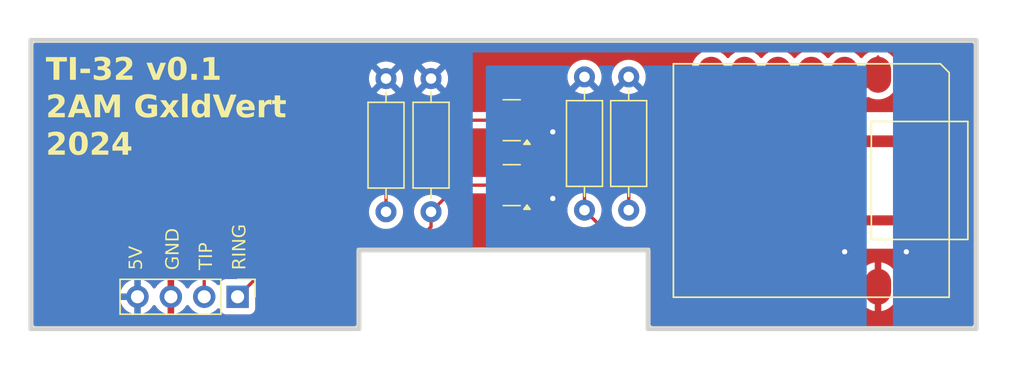
<source format=kicad_pcb>
(kicad_pcb (version 20221018) (generator pcbnew)
  (layers (0 "F.Cu" signal) (31 "B.Cu" signal) (34 "B.Paste" user) (35 "F.Paste" user) (36 "B.SilkS" user "B.Silkscreen") (37 "F.SilkS" user "F.Silkscreen") (38 "B.Mask" user) (39 "F.Mask" user) (44 "Edge.Cuts" user))
  (net 0 "")
  (net 1 "RING")
  (net 2 "TIP")
  (net 3 "RING_GPIO")
  (net 4 "TIP_GPIO")
  (net 5 "+5V")
  (net 6 "+3.3V")
  (net 7 "GND")
  (footprint "Package_TO_SOT_SMD:SOT-23" (layer "F.Cu") (at 121.9685 63.119 180)
    (fp_text reference "Q1" hide)
    (fp_text value "MMBF170" hide)
    (fp_line (start 0 -1.56) (end -0.65 -1.56) (stroke (width 0.12)) (layer "F.SilkS"))
    (fp_line (start 0 -1.56) (end 0.65 -1.56) (stroke (width 0.12)) (layer "F.SilkS"))
    (fp_line (start 0 1.56) (end -0.65 1.56) (stroke (width 0.12)) (layer "F.SilkS"))
    (fp_line (start 0 1.56) (end 0.65 1.56) (stroke (width 0.12)) (layer "F.SilkS"))
    (fp_poly (pts (xy -1.1625 -1.51) (xy -1.4025 -1.84) (xy -0.9225 -1.84) (xy -1.1625 -1.51)) (stroke (width 0.12)) (fill solid) (layer "F.SilkS"))
    (pad "1" smd roundrect (at -0.9375 -0.95 180) (size 1.475 0.6) (layers "F.Cu" "F.Paste" "F.Mask") (net 6 "+3.3V"))
    (pad "2" smd roundrect (at -0.9375 0.95 180) (size 1.475 0.6) (layers "F.Cu" "F.Paste" "F.Mask") (net 3 "RING_GPIO"))
    (pad "3" smd roundrect (at 0.9375 0 180) (size 1.475 0.6) (layers "F.Cu" "F.Paste" "F.Mask") (net 1 "RING"))
  )
  (footprint "Connector_PinHeader_2.54mm:PinHeader_1x04_P2.54mm_Vertical" (layer "F.Cu") (at 101.092 71.628 -90)
    (fp_text reference "J1" hide)
    (fp_text value "Conn_01x04" hide)
    (fp_line (start -1.33 -1.33) (end 0 -1.33) (stroke (width 0.12)) (layer "F.SilkS"))
    (fp_line (start -1.33 0) (end -1.33 -1.33) (stroke (width 0.12)) (layer "F.SilkS"))
    (fp_line (start -1.33 1.27) (end -1.33 8.95) (stroke (width 0.12)) (layer "F.SilkS"))
    (fp_line (start -1.33 1.27) (end 1.33 1.27) (stroke (width 0.12)) (layer "F.SilkS"))
    (fp_line (start -1.33 8.95) (end 1.33 8.95) (stroke (width 0.12)) (layer "F.SilkS"))
    (fp_line (start 1.33 1.27) (end 1.33 8.95) (stroke (width 0.12)) (layer "F.SilkS"))
    (pad "1" thru_hole rect (at 0 0 270) (size 1.7 1.7) (drill 1) (layers "*.Cu" "*.Mask") (net 1 "RING"))
    (pad "2" thru_hole oval (at 0 2.54 270) (size 1.7 1.7) (drill 1) (layers "*.Cu" "*.Mask") (net 2 "TIP"))
    (pad "3" thru_hole oval (at 0 5.08 270) (size 1.7 1.7) (drill 1) (layers "*.Cu" "*.Mask") (net 7 "GND"))
    (pad "4" thru_hole oval (at 0 7.62 270) (size 1.7 1.7) (drill 1) (layers "*.Cu" "*.Mask") (net 5 "+5V"))
  )
  (footprint "Resistor_THT:R_Axial_DIN0207_L6.3mm_D2.5mm_P10.16mm_Horizontal" (layer "F.Cu") (at 112.395 54.991 -90)
    (fp_text reference "R4" hide)
    (fp_text value "R" hide)
    (fp_line (start 1.04 0) (end 1.81 0) (stroke (width 0.12)) (layer "F.SilkS"))
    (fp_line (start 1.81 -1.37) (end 1.81 1.37) (stroke (width 0.12)) (layer "F.SilkS"))
    (fp_line (start 1.81 1.37) (end 8.35 1.37) (stroke (width 0.12)) (layer "F.SilkS"))
    (fp_line (start 8.35 -1.37) (end 1.81 -1.37) (stroke (width 0.12)) (layer "F.SilkS"))
    (fp_line (start 8.35 1.37) (end 8.35 -1.37) (stroke (width 0.12)) (layer "F.SilkS"))
    (fp_line (start 9.12 0) (end 8.35 0) (stroke (width 0.12)) (layer "F.SilkS"))
    (pad "1" thru_hole circle (at 0 0 270) (size 1.6 1.6) (drill 0.8) (layers "*.Cu" "*.Mask") (net 5 "+5V"))
    (pad "2" thru_hole oval (at 10.16 0 270) (size 1.6 1.6) (drill 0.8) (layers "*.Cu" "*.Mask") (net 2 "TIP"))
  )
  (footprint "Resistor_THT:R_Axial_DIN0207_L6.3mm_D2.5mm_P10.16mm_Horizontal" (layer "F.Cu") (at 130.876 54.864 -90)
    (fp_text reference "R2" hide)
    (fp_text value "R" hide)
    (fp_line (start 1.04 0) (end 1.81 0) (stroke (width 0.12)) (layer "F.SilkS"))
    (fp_line (start 1.81 -1.37) (end 1.81 1.37) (stroke (width 0.12)) (layer "F.SilkS"))
    (fp_line (start 1.81 1.37) (end 8.35 1.37) (stroke (width 0.12)) (layer "F.SilkS"))
    (fp_line (start 8.35 -1.37) (end 1.81 -1.37) (stroke (width 0.12)) (layer "F.SilkS"))
    (fp_line (start 8.35 1.37) (end 8.35 -1.37) (stroke (width 0.12)) (layer "F.SilkS"))
    (fp_line (start 9.12 0) (end 8.35 0) (stroke (width 0.12)) (layer "F.SilkS"))
    (pad "1" thru_hole circle (at 0 0 270) (size 1.6 1.6) (drill 0.8) (layers "*.Cu" "*.Mask") (net 6 "+3.3V"))
    (pad "2" thru_hole oval (at 10.16 0 270) (size 1.6 1.6) (drill 0.8) (layers "*.Cu" "*.Mask") (net 4 "TIP_GPIO"))
  )
  (footprint "xiao ESP32C3_PCB:MOUDLE14P-SMD-2.54-21X17.8MM" (layer "F.Cu") (at 134.28 53.866 -90)
    (fp_text reference "U1" hide)
    (fp_text value "MOUDLE-SEEEDUINO-XIAO-ESP32C3")
    (fp_line (start 0 -20.3285) (end 0 0) (stroke (width 0.127)) (layer "F.SilkS"))
    (fp_line (start 0 0) (end 17.8 0) (stroke (width 0.127)) (layer "F.SilkS"))
    (fp_line (start 0.671541 -21) (end 0 -20.3285) (stroke (width 0.127)) (layer "F.SilkS"))
    (fp_line (start 4.396 -15.072) (end 4.396 -22.425) (stroke (width 0.127)) (layer "F.SilkS"))
    (fp_line (start 4.4 -22.424) (end 13.395 -22.424) (stroke (width 0.127)) (layer "F.SilkS"))
    (fp_line (start 13.395 -22.424) (end 13.395 -15.072) (stroke (width 0.127)) (layer "F.SilkS"))
    (fp_line (start 13.395 -15.072) (end 4.396 -15.072) (stroke (width 0.127)) (layer "F.SilkS"))
    (fp_line (start 17.8 -21) (end 0.671541 -21) (stroke (width 0.127)) (layer "F.SilkS"))
    (fp_line (start 17.8 0) (end 17.8 -21) (stroke (width 0.127)) (layer "F.SilkS"))
    (pad "1" smd roundrect (at 0.835 -18.12 270) (size 2.75 2) (layers "F.Cu" "F.Paste" "F.Mask") (roundrect_rratio 0.5))
    (pad "2" smd roundrect (at 0.835 -15.58 270) (size 2.75 2) (layers "F.Cu" "F.Paste" "F.Mask") (roundrect_rratio 0.5) (net 4 "TIP_GPIO"))
    (pad "3" smd roundrect (at 0.835 -13.04 270) (size 2.75 2) (layers "F.Cu" "F.Paste" "F.Mask") (roundrect_rratio 0.5))
    (pad "4" smd roundrect (at 0.835 -10.5 270) (size 2.75 2) (layers "F.Cu" "F.Paste" "F.Mask") (roundrect_rratio 0.5))
    (pad "5" smd roundrect (at 0.835 -7.96 270) (size 2.75 2) (layers "F.Cu" "F.Paste" "F.Mask") (roundrect_rratio 0.5))
    (pad "6" smd roundrect (at 0.835 -5.42 270) (size 2.75 2) (layers "F.Cu" "F.Paste" "F.Mask") (roundrect_rratio 0.5))
    (pad "7" smd roundrect (at 0.835 -2.88 270) (size 2.75 2) (layers "F.Cu" "F.Paste" "F.Mask") (roundrect_rratio 0.5))
    (pad "8" smd roundrect (at 17 -2.88 270) (size 2.75 2) (layers "F.Cu" "F.Paste" "F.Mask") (roundrect_rratio 0.5))
    (pad "9" smd roundrect (at 17 -5.42 270) (size 2.75 2) (layers "F.Cu" "F.Paste" "F.Mask") (roundrect_rratio 0.5))
    (pad "10" smd roundrect (at 17 -7.96 270) (size 2.75 2) (layers "F.Cu" "F.Paste" "F.Mask") (roundrect_rratio 0.5))
    (pad "11" smd roundrect (at 17 -10.5 270) (size 2.75 2) (layers "F.Cu" "F.Paste" "F.Mask") (roundrect_rratio 0.5) (net 3 "RING_GPIO"))
    (pad "12" smd roundrect (at 17 -13.04 270) (size 2.75 2) (layers "F.Cu" "F.Paste" "F.Mask") (roundrect_rratio 0.5) (net 6 "+3.3V"))
    (pad "13" smd roundrect (at 17 -15.58 270) (size 2.75 2) (layers "F.Cu" "F.Paste" "F.Mask") (roundrect_rratio 0.5) (net 7 "GND"))
    (pad "14" smd roundrect (at 17 -18.12 270) (size 2.75 2) (layers "F.Cu" "F.Paste" "F.Mask") (roundrect_rratio 0.5) (net 5 "+5V"))
    (zone (net 0) (net_name "") (layer "F.Cu") (connect_pads (clearance 0)) (min_thickness 0.01)
      (keepout (tracks not_allowed) (vias not_allowed) (pads not_allowed) (copperpour not_allowed) (footprints allowed))
      (fill (thermal_gap 0.508) (thermal_bridge_width 0.508))
      (polygon (pts (xy 137.455 60.216) (xy 137.455 65.931) (xy 134.915 65.931) (xy 134.915 60.216)))
    )
    (zone (net 0) (net_name "") (layer "F.Cu") (connect_pads (clearance 0)) (min_thickness 0.01)
      (keepout (tracks not_allowed) (vias not_allowed) (pads not_allowed) (copperpour not_allowed) (footprints allowed))
      (fill (thermal_gap 0.508) (thermal_bridge_width 0.508))
      (polygon (pts (xy 145.583 63.645) (xy 145.583 66.693) (xy 142.535 66.693) (xy 142.535 63.645)))
    )
    (zone (net 0) (net_name "") (layer "F.Cu") (connect_pads (clearance 0)) (min_thickness 0.01)
      (keepout (tracks not_allowed) (vias not_allowed) (pads not_allowed) (copperpour not_allowed) (footprints allowed))
      (fill (thermal_gap 0.508) (thermal_bridge_width 0.508))
      (polygon (pts (xy 147.0435 56.8505) (xy 147.0435 59.7715) (xy 145.0115 59.7715) (xy 145.0115 56.8505)))
    )
    (zone (net 0) (net_name "") (layer "F.Cu") (connect_pads (clearance 0)) (min_thickness 0.01)
      (keepout (tracks not_allowed) (vias not_allowed) (pads not_allowed) (copperpour not_allowed) (footprints allowed))
      (fill (thermal_gap 0.508) (thermal_bridge_width 0.508))
      (polygon (pts (xy 151.298 57.549) (xy 151.298 59.327) (xy 148.631 59.327) (xy 148.631 57.549)))
    )
    (zone (net 0) (net_name "") (layer "F.Cu") (connect_pads (clearance 0)) (min_thickness 0.01)
      (keepout (tracks not_allowed) (vias not_allowed) (pads not_allowed) (copperpour not_allowed) (footprints allowed))
      (fill (thermal_gap 0.508) (thermal_bridge_width 0.508))
      (polygon (pts (xy 151.298 66.185) (xy 151.298 67.963) (xy 148.631 67.963) (xy 148.631 66.185)))
    )
    (zone (net 0) (net_name "") (layer "F.Cu") (connect_pads (clearance 0)) (min_thickness 0.01)
      (keepout (tracks not_allowed) (vias not_allowed) (pads not_allowed) (copperpour not_allowed) (footprints allowed))
      (fill (thermal_gap 0.508) (thermal_bridge_width 0.508))
      (polygon (pts (xy 154.6 60.216) (xy 154.6 65.423) (xy 147.615 65.423) (xy 147.615 60.216)))
    )
    (zone (net 0) (net_name "") (layer "F.Cu") (connect_pads (clearance 0)) (min_thickness 0.01)
      (keepout (tracks not_allowed) (vias not_allowed) (pads not_allowed) (copperpour not_allowed) (footprints allowed))
      (fill (thermal_gap 0.508) (thermal_bridge_width 0.508))
      (polygon (pts (xy 155.362 57.549) (xy 155.362 59.327) (xy 152.695 59.327) (xy 152.695 57.549)))
    )
    (zone (net 0) (net_name "") (layer "F.Cu") (connect_pads (clearance 0)) (min_thickness 0.01)
      (keepout (tracks not_allowed) (vias not_allowed) (pads not_allowed) (copperpour not_allowed) (footprints allowed))
      (fill (thermal_gap 0.508) (thermal_bridge_width 0.508))
      (polygon (pts (xy 155.362 66.185) (xy 155.362 67.963) (xy 152.695 67.963) (xy 152.695 66.185)))
    )
  )
  (footprint "Resistor_THT:R_Axial_DIN0207_L6.3mm_D2.5mm_P10.16mm_Horizontal" (layer "F.Cu") (at 115.824 54.991 -90)
    (fp_text reference "R3" hide)
    (fp_text value "R" hide)
    (fp_line (start 1.04 0) (end 1.81 0) (stroke (width 0.12)) (layer "F.SilkS"))
    (fp_line (start 1.81 -1.37) (end 1.81 1.37) (stroke (width 0.12)) (layer "F.SilkS"))
    (fp_line (start 1.81 1.37) (end 8.35 1.37) (stroke (width 0.12)) (layer "F.SilkS"))
    (fp_line (start 8.35 -1.37) (end 1.81 -1.37) (stroke (width 0.12)) (layer "F.SilkS"))
    (fp_line (start 8.35 1.37) (end 8.35 -1.37) (stroke (width 0.12)) (layer "F.SilkS"))
    (fp_line (start 9.12 0) (end 8.35 0) (stroke (width 0.12)) (layer "F.SilkS"))
    (pad "1" thru_hole circle (at 0 0 270) (size 1.6 1.6) (drill 0.8) (layers "*.Cu" "*.Mask") (net 5 "+5V"))
    (pad "2" thru_hole oval (at 10.16 0 270) (size 1.6 1.6) (drill 0.8) (layers "*.Cu" "*.Mask") (net 1 "RING"))
  )
  (footprint "Package_TO_SOT_SMD:SOT-23" (layer "F.Cu") (at 121.9685 58.166 180)
    (fp_text reference "Q2" hide)
    (fp_text value "MMBF170" hide)
    (fp_line (start 0 -1.56) (end -0.65 -1.56) (stroke (width 0.12)) (layer "F.SilkS"))
    (fp_line (start 0 -1.56) (end 0.65 -1.56) (stroke (width 0.12)) (layer "F.SilkS"))
    (fp_line (start 0 1.56) (end -0.65 1.56) (stroke (width 0.12)) (layer "F.SilkS"))
    (fp_line (start 0 1.56) (end 0.65 1.56) (stroke (width 0.12)) (layer "F.SilkS"))
    (fp_poly (pts (xy -1.1625 -1.51) (xy -1.4025 -1.84) (xy -0.9225 -1.84) (xy -1.1625 -1.51)) (stroke (width 0.12)) (fill solid) (layer "F.SilkS"))
    (pad "1" smd roundrect (at -0.9375 -0.95 180) (size 1.475 0.6) (layers "F.Cu" "F.Paste" "F.Mask") (net 6 "+3.3V"))
    (pad "2" smd roundrect (at -0.9375 0.95 180) (size 1.475 0.6) (layers "F.Cu" "F.Paste" "F.Mask") (net 4 "TIP_GPIO"))
    (pad "3" smd roundrect (at 0.9375 0 180) (size 1.475 0.6) (layers "F.Cu" "F.Paste" "F.Mask") (net 2 "TIP"))
  )
  (footprint "Resistor_THT:R_Axial_DIN0207_L6.3mm_D2.5mm_P10.16mm_Horizontal" (layer "F.Cu") (at 127.508 54.864 -90)
    (fp_text reference "R1" hide)
    (fp_text value "R" hide)
    (fp_line (start 1.04 0) (end 1.81 0) (stroke (width 0.12)) (layer "F.SilkS"))
    (fp_line (start 1.81 -1.37) (end 1.81 1.37) (stroke (width 0.12)) (layer "F.SilkS"))
    (fp_line (start 1.81 1.37) (end 8.35 1.37) (stroke (width 0.12)) (layer "F.SilkS"))
    (fp_line (start 8.35 -1.37) (end 1.81 -1.37) (stroke (width 0.12)) (layer "F.SilkS"))
    (fp_line (start 8.35 1.37) (end 8.35 -1.37) (stroke (width 0.12)) (layer "F.SilkS"))
    (fp_line (start 9.12 0) (end 8.35 0) (stroke (width 0.12)) (layer "F.SilkS"))
    (pad "1" thru_hole circle (at 0 0 270) (size 1.6 1.6) (drill 0.8) (layers "*.Cu" "*.Mask") (net 6 "+3.3V"))
    (pad "2" thru_hole oval (at 10.16 0 270) (size 1.6 1.6) (drill 0.8) (layers "*.Cu" "*.Mask") (net 3 "RING_GPIO"))
  )
  (gr_line (start 110.344021 74.070204) (end 110.344021 68.070051) (stroke (width 0.35738)) (layer "Edge.Cuts"))
  (gr_line (start 132.344233 74.070204) (end 157.344263 74.070204) (stroke (width 0.35738)) (layer "Edge.Cuts"))
  (gr_line (start 157.344263 74.070204) (end 157.344263 52.07) (stroke (width 0.35738)) (layer "Edge.Cuts"))
  (gr_line (start 132.344233 68.070051) (end 132.344233 74.070204) (stroke (width 0.35738)) (layer "Edge.Cuts"))
  (gr_line (start 110.344013 52.07) (end 85.344 52.07) (stroke (width 0.35738)) (layer "Edge.Cuts"))
  (gr_line (start 85.344 52.07) (end 85.344 74.070204) (stroke (width 0.35738)) (layer "Edge.Cuts"))
  (gr_line (start 85.344 74.070204) (end 110.344021 74.070204) (stroke (width 0.35738)) (layer "Edge.Cuts"))
  (gr_line (start 132.344217 52.07) (end 110.344013 52.07) (stroke (width 0.35738)) (layer "Edge.Cuts"))
  (gr_line (start 157.344263 52.07) (end 132.344217 52.07) (stroke (width 0.35738)) (layer "Edge.Cuts"))
  (gr_line (start 110.344021 68.070051) (end 132.344233 68.070051) (stroke (width 0.35738)) (layer "Edge.Cuts"))
  (gr_text "RING" (at 101.854 69.596 90) (layer "F.SilkS") (effects (font (size 1 1)) (justify left bottom)))
  (gr_text "GND" (at 96.774 69.596 90) (layer "F.SilkS") (effects (font (size 1 1)) (justify left bottom)))
  (gr_text "TIP\n" (at 99.314 69.596 90) (layer "F.SilkS") (effects (font (size 1 1)) (justify left bottom)))
  (gr_text "5V" (at 93.98 69.596 90) (layer "F.SilkS") (effects (font (size 1 1)) (justify left bottom)))
  (gr_text "TI-32 v0.1\n2AM GxldVert\n2024" (at 86.487 61.087) (layer "F.SilkS") (effects (font (size 1.7 1.7) (thickness 0.2) bold) (justify left bottom)))
  (segment (start 115.824 65.151) (end 115.824 66.294) (width 0.25) (layer "F.Cu") (net 1))
  (segment (start 115.824 66.294) (end 115.189 66.929) (width 0.25) (layer "F.Cu") (net 1))
  (segment (start 117.856 63.119) (end 115.824 65.151) (width 0.25) (layer "F.Cu") (net 1))
  (segment (start 121.031 63.119) (end 117.856 63.119) (width 0.25) (layer "F.Cu") (net 1))
  (segment (start 105.791 66.929) (end 101.092 71.628) (width 0.25) (layer "F.Cu") (net 1))
  (segment (start 115.189 66.929) (end 105.791 66.929) (width 0.25) (layer "F.Cu") (net 1))
  (segment (start 117.602 58.166) (end 112.395 63.373) (width 0.25) (layer "F.Cu") (net 2))
  (segment (start 112.395 63.373) (end 111.887 62.865) (width 0.25) (layer "F.Cu") (net 2))
  (segment (start 104.648 62.865) (end 98.552 68.961) (width 0.25) (layer "F.Cu") (net 2))
  (segment (start 121.031 58.166) (end 117.602 58.166) (width 0.25) (layer "F.Cu") (net 2))
  (segment (start 111.887 62.865) (end 104.648 62.865) (width 0.25) (layer "F.Cu") (net 2))
  (segment (start 112.395 63.373) (end 112.395 65.151) (width 0.25) (layer "F.Cu") (net 2))
  (segment (start 98.552 68.961) (end 98.552 71.628) (width 0.25) (layer "F.Cu") (net 2))
  (segment (start 127.508 62.508) (end 127 62) (width 0.25) (layer "F.Cu") (net 3))
  (segment (start 123.075 62) (end 122.906 62.169) (width 0.25) (layer "F.Cu") (net 3))
  (segment (start 128.905 66.421) (end 140.335 66.421) (width 0.25) (layer "F.Cu") (net 3))
  (segment (start 127.508 65.024) (end 127.508 62.508) (width 0.25) (layer "F.Cu") (net 3))
  (segment (start 140.335 66.421) (end 144.78 70.866) (width 0.25) (layer "F.Cu") (net 3))
  (segment (start 127 62) (end 123.075 62) (width 0.25) (layer "F.Cu") (net 3))
  (segment (start 127.508 65.024) (end 128.905 66.421) (width 0.25) (layer "F.Cu") (net 3))
  (segment (start 146.939 60.452) (end 139.827 60.452) (width 0.25) (layer "F.Cu") (net 4))
  (segment (start 130.876 65.024) (end 130.876 61.876) (width 0.25) (layer "F.Cu") (net 4))
  (segment (start 149.86 54.701) (end 149.86 53.34) (width 0.25) (layer "F.Cu") (net 4))
  (segment (start 147.955 59.436) (end 146.939 60.452) (width 0.25) (layer "F.Cu") (net 4))
  (segment (start 133.35 59.436) (end 130.876 61.91) (width 0.25) (layer "F.Cu") (net 4))
  (segment (start 130.876 61.876) (end 126.216 57.216) (width 0.25) (layer "F.Cu") (net 4))
  (segment (start 147.955 56.606) (end 147.955 59.436) (width 0.25) (layer "F.Cu") (net 4))
  (segment (start 149.86 54.701) (end 147.955 56.606) (width 0.25) (layer "F.Cu") (net 4))
  (segment (start 126.216 57.216) (end 122.906 57.216) (width 0.25) (layer "F.Cu") (net 4))
  (segment (start 139.827 60.452) (end 138.811 59.436) (width 0.25) (layer "F.Cu") (net 4))
  (segment (start 130.876 61.91) (end 130.876 65.024) (width 0.25) (layer "F.Cu") (net 4))
  (segment (start 138.811 59.436) (end 133.35 59.436) (width 0.25) (layer "F.Cu") (net 4))
  (segment (start 152.4 70.866) (end 152.4 68.58) (width 0.25) (layer "F.Cu") (net 5))
  (segment (start 152.4 68.58) (end 152.019 68.199) (width 0.25) (layer "F.Cu") (net 5))
  (via (at 152.019 68.199) (size 0.8) (drill 0.4) (layers "F.Cu" "B.Cu") (net 5))
  (segment (start 122.906 64.069) (end 125.029 64.069) (width 0.25) (layer "F.Cu") (net 6))
  (segment (start 122.906 59.116) (end 125.034 59.116) (width 0.25) (layer "F.Cu") (net 6))
  (segment (start 125.029 64.069) (end 125.095 64.135) (width 0.25) (layer "F.Cu") (net 6))
  (segment (start 147.32 70.866) (end 147.32 68.199) (width 0.25) (layer "F.Cu") (net 6))
  (segment (start 125.034 59.116) (end 125.095 59.055) (width 0.25) (layer "F.Cu") (net 6))
  (via (at 147.32 68.199) (size 0.8) (drill 0.4) (layers "F.Cu" "B.Cu") (net 6))
  (via (at 125.095 64.135) (size 0.8) (drill 0.4) (layers "F.Cu" "B.Cu") (net 6))
  (via (at 125.095 59.055) (size 0.8) (drill 0.4) (layers "F.Cu" "B.Cu") (net 6))
  (zone (net 7) (net_name "GND") (layer "F.Cu") (priority 1) (connect_pads (clearance 0.5)) (min_thickness 0.25) (fill yes (thermal_gap 0.5) (thermal_bridge_width 0.5) (island_removal_mode 1) (island_area_min 10))
    (polygon (pts (xy 159 76) (xy 159 50) (xy 83 50) (xy 83 76)))
  )
  (zone (net 5) (net_name "+5V") (layer "B.Cu") (priority 1) (connect_pads (clearance 0.5)) (min_thickness 0.25) (fill yes (thermal_gap 0.5) (thermal_bridge_width 0.5))
    (polygon (pts (xy 84 77) (xy 84 49) (xy 161 49) (xy 161 76.635) (xy 151 76.635) (xy 151 53) (xy 119 53) (xy 119 77)))
  )
  (zone (net 6) (net_name "+3.3V") (layer "B.Cu") (priority 2) (connect_pads (clearance 0.5)) (min_thickness 0.25) (fill yes (thermal_gap 0.5) (thermal_bridge_width 0.5))
    (polygon (pts (xy 149 77) (xy 120 77) (xy 120 54) (xy 149 54)))
  )
)
</source>
